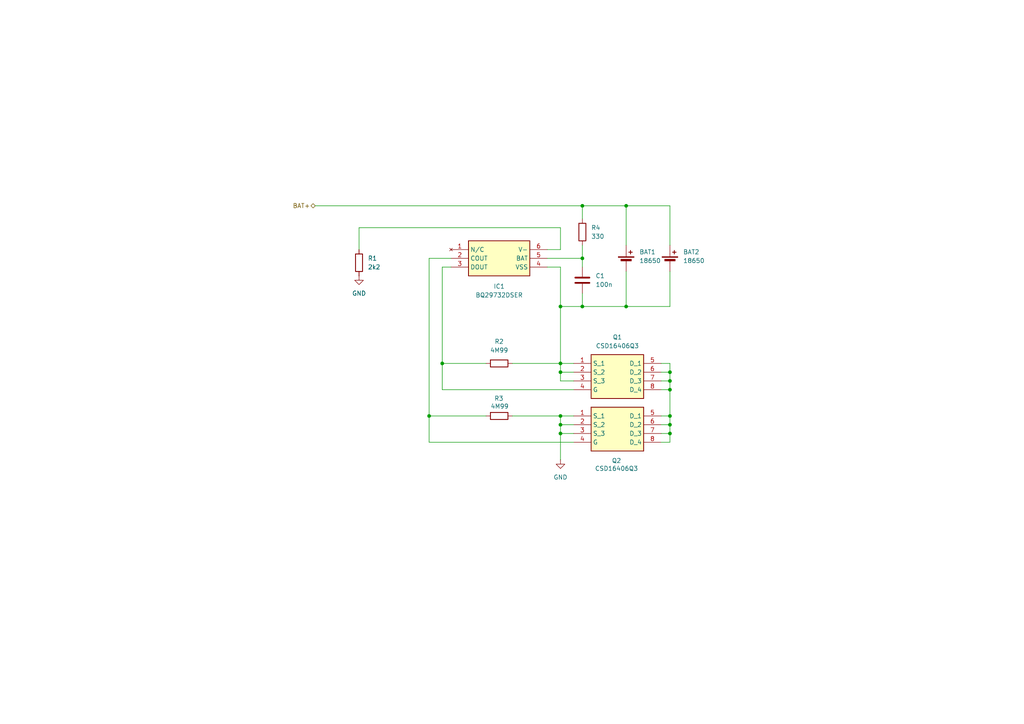
<source format=kicad_sch>
(kicad_sch
	(version 20231120)
	(generator "eeschema")
	(generator_version "8.0")
	(uuid "459e996c-0e2b-47b6-81ec-770295d0b355")
	(paper "A4")
	(lib_symbols
		(symbol "Device:Battery_Cell"
			(pin_numbers hide)
			(pin_names
				(offset 0) hide)
			(exclude_from_sim no)
			(in_bom yes)
			(on_board yes)
			(property "Reference" "BT"
				(at 2.54 2.54 0)
				(effects
					(font
						(size 1.27 1.27)
					)
					(justify left)
				)
			)
			(property "Value" "Battery_Cell"
				(at 2.54 0 0)
				(effects
					(font
						(size 1.27 1.27)
					)
					(justify left)
				)
			)
			(property "Footprint" ""
				(at 0 1.524 90)
				(effects
					(font
						(size 1.27 1.27)
					)
					(hide yes)
				)
			)
			(property "Datasheet" "~"
				(at 0 1.524 90)
				(effects
					(font
						(size 1.27 1.27)
					)
					(hide yes)
				)
			)
			(property "Description" "Single-cell battery"
				(at 0 0 0)
				(effects
					(font
						(size 1.27 1.27)
					)
					(hide yes)
				)
			)
			(property "ki_keywords" "battery cell"
				(at 0 0 0)
				(effects
					(font
						(size 1.27 1.27)
					)
					(hide yes)
				)
			)
			(symbol "Battery_Cell_0_1"
				(rectangle
					(start -2.286 1.778)
					(end 2.286 1.524)
					(stroke
						(width 0)
						(type default)
					)
					(fill
						(type outline)
					)
				)
				(rectangle
					(start -1.524 1.016)
					(end 1.524 0.508)
					(stroke
						(width 0)
						(type default)
					)
					(fill
						(type outline)
					)
				)
				(polyline
					(pts
						(xy 0 0.762) (xy 0 0)
					)
					(stroke
						(width 0)
						(type default)
					)
					(fill
						(type none)
					)
				)
				(polyline
					(pts
						(xy 0 1.778) (xy 0 2.54)
					)
					(stroke
						(width 0)
						(type default)
					)
					(fill
						(type none)
					)
				)
				(polyline
					(pts
						(xy 0.762 3.048) (xy 1.778 3.048)
					)
					(stroke
						(width 0.254)
						(type default)
					)
					(fill
						(type none)
					)
				)
				(polyline
					(pts
						(xy 1.27 3.556) (xy 1.27 2.54)
					)
					(stroke
						(width 0.254)
						(type default)
					)
					(fill
						(type none)
					)
				)
			)
			(symbol "Battery_Cell_1_1"
				(pin passive line
					(at 0 5.08 270)
					(length 2.54)
					(name "+"
						(effects
							(font
								(size 1.27 1.27)
							)
						)
					)
					(number "1"
						(effects
							(font
								(size 1.27 1.27)
							)
						)
					)
				)
				(pin passive line
					(at 0 -2.54 90)
					(length 2.54)
					(name "-"
						(effects
							(font
								(size 1.27 1.27)
							)
						)
					)
					(number "2"
						(effects
							(font
								(size 1.27 1.27)
							)
						)
					)
				)
			)
		)
		(symbol "Device:C"
			(pin_numbers hide)
			(pin_names
				(offset 0.254)
			)
			(exclude_from_sim no)
			(in_bom yes)
			(on_board yes)
			(property "Reference" "C"
				(at 0.635 2.54 0)
				(effects
					(font
						(size 1.27 1.27)
					)
					(justify left)
				)
			)
			(property "Value" "C"
				(at 0.635 -2.54 0)
				(effects
					(font
						(size 1.27 1.27)
					)
					(justify left)
				)
			)
			(property "Footprint" ""
				(at 0.9652 -3.81 0)
				(effects
					(font
						(size 1.27 1.27)
					)
					(hide yes)
				)
			)
			(property "Datasheet" "~"
				(at 0 0 0)
				(effects
					(font
						(size 1.27 1.27)
					)
					(hide yes)
				)
			)
			(property "Description" "Unpolarized capacitor"
				(at 0 0 0)
				(effects
					(font
						(size 1.27 1.27)
					)
					(hide yes)
				)
			)
			(property "ki_keywords" "cap capacitor"
				(at 0 0 0)
				(effects
					(font
						(size 1.27 1.27)
					)
					(hide yes)
				)
			)
			(property "ki_fp_filters" "C_*"
				(at 0 0 0)
				(effects
					(font
						(size 1.27 1.27)
					)
					(hide yes)
				)
			)
			(symbol "C_0_1"
				(polyline
					(pts
						(xy -2.032 -0.762) (xy 2.032 -0.762)
					)
					(stroke
						(width 0.508)
						(type default)
					)
					(fill
						(type none)
					)
				)
				(polyline
					(pts
						(xy -2.032 0.762) (xy 2.032 0.762)
					)
					(stroke
						(width 0.508)
						(type default)
					)
					(fill
						(type none)
					)
				)
			)
			(symbol "C_1_1"
				(pin passive line
					(at 0 3.81 270)
					(length 2.794)
					(name "~"
						(effects
							(font
								(size 1.27 1.27)
							)
						)
					)
					(number "1"
						(effects
							(font
								(size 1.27 1.27)
							)
						)
					)
				)
				(pin passive line
					(at 0 -3.81 90)
					(length 2.794)
					(name "~"
						(effects
							(font
								(size 1.27 1.27)
							)
						)
					)
					(number "2"
						(effects
							(font
								(size 1.27 1.27)
							)
						)
					)
				)
			)
		)
		(symbol "Device:R"
			(pin_numbers hide)
			(pin_names
				(offset 0)
			)
			(exclude_from_sim no)
			(in_bom yes)
			(on_board yes)
			(property "Reference" "R"
				(at 2.032 0 90)
				(effects
					(font
						(size 1.27 1.27)
					)
				)
			)
			(property "Value" "R"
				(at 0 0 90)
				(effects
					(font
						(size 1.27 1.27)
					)
				)
			)
			(property "Footprint" ""
				(at -1.778 0 90)
				(effects
					(font
						(size 1.27 1.27)
					)
					(hide yes)
				)
			)
			(property "Datasheet" "~"
				(at 0 0 0)
				(effects
					(font
						(size 1.27 1.27)
					)
					(hide yes)
				)
			)
			(property "Description" "Resistor"
				(at 0 0 0)
				(effects
					(font
						(size 1.27 1.27)
					)
					(hide yes)
				)
			)
			(property "ki_keywords" "R res resistor"
				(at 0 0 0)
				(effects
					(font
						(size 1.27 1.27)
					)
					(hide yes)
				)
			)
			(property "ki_fp_filters" "R_*"
				(at 0 0 0)
				(effects
					(font
						(size 1.27 1.27)
					)
					(hide yes)
				)
			)
			(symbol "R_0_1"
				(rectangle
					(start -1.016 -2.54)
					(end 1.016 2.54)
					(stroke
						(width 0.254)
						(type default)
					)
					(fill
						(type none)
					)
				)
			)
			(symbol "R_1_1"
				(pin passive line
					(at 0 3.81 270)
					(length 1.27)
					(name "~"
						(effects
							(font
								(size 1.27 1.27)
							)
						)
					)
					(number "1"
						(effects
							(font
								(size 1.27 1.27)
							)
						)
					)
				)
				(pin passive line
					(at 0 -3.81 90)
					(length 1.27)
					(name "~"
						(effects
							(font
								(size 1.27 1.27)
							)
						)
					)
					(number "2"
						(effects
							(font
								(size 1.27 1.27)
							)
						)
					)
				)
			)
		)
		(symbol "SamacSys_Parts:BQ29732DSER"
			(exclude_from_sim no)
			(in_bom yes)
			(on_board yes)
			(property "Reference" "IC"
				(at 24.13 7.62 0)
				(effects
					(font
						(size 1.27 1.27)
					)
					(justify left top)
				)
			)
			(property "Value" "BQ29732DSER"
				(at 24.13 5.08 0)
				(effects
					(font
						(size 1.27 1.27)
					)
					(justify left top)
				)
			)
			(property "Footprint" "SON50P150X150X80-6N"
				(at 24.13 -94.92 0)
				(effects
					(font
						(size 1.27 1.27)
					)
					(justify left top)
					(hide yes)
				)
			)
			(property "Datasheet" "http://www.ti.com/lit/gpn/bq2973"
				(at 24.13 -194.92 0)
				(effects
					(font
						(size 1.27 1.27)
					)
					(justify left top)
					(hide yes)
				)
			)
			(property "Description" "Li-Ion/Li Polymer Advanced Single-Cell Battery Protector IC Family"
				(at 0 0 0)
				(effects
					(font
						(size 1.27 1.27)
					)
					(hide yes)
				)
			)
			(property "Height" "0.8"
				(at 24.13 -394.92 0)
				(effects
					(font
						(size 1.27 1.27)
					)
					(justify left top)
					(hide yes)
				)
			)
			(property "Manufacturer_Name" "Texas Instruments"
				(at 24.13 -494.92 0)
				(effects
					(font
						(size 1.27 1.27)
					)
					(justify left top)
					(hide yes)
				)
			)
			(property "Manufacturer_Part_Number" "BQ29732DSER"
				(at 24.13 -594.92 0)
				(effects
					(font
						(size 1.27 1.27)
					)
					(justify left top)
					(hide yes)
				)
			)
			(property "Mouser Part Number" "595-BQ29732DSER"
				(at 24.13 -694.92 0)
				(effects
					(font
						(size 1.27 1.27)
					)
					(justify left top)
					(hide yes)
				)
			)
			(property "Mouser Price/Stock" "https://www.mouser.co.uk/ProductDetail/Texas-Instruments/BQ29732DSER?qs=HjC056NR38EUdABiMgTGbg%3D%3D"
				(at 24.13 -794.92 0)
				(effects
					(font
						(size 1.27 1.27)
					)
					(justify left top)
					(hide yes)
				)
			)
			(property "Arrow Part Number" "BQ29732DSER"
				(at 24.13 -894.92 0)
				(effects
					(font
						(size 1.27 1.27)
					)
					(justify left top)
					(hide yes)
				)
			)
			(property "Arrow Price/Stock" "https://www.arrow.com/en/products/bq29732dser/texas-instruments?region=nac"
				(at 24.13 -994.92 0)
				(effects
					(font
						(size 1.27 1.27)
					)
					(justify left top)
					(hide yes)
				)
			)
			(symbol "BQ29732DSER_1_1"
				(rectangle
					(start 5.08 2.54)
					(end 22.86 -7.62)
					(stroke
						(width 0.254)
						(type default)
					)
					(fill
						(type background)
					)
				)
				(pin no_connect line
					(at 0 0 0)
					(length 5.08)
					(name "N/C"
						(effects
							(font
								(size 1.27 1.27)
							)
						)
					)
					(number "1"
						(effects
							(font
								(size 1.27 1.27)
							)
						)
					)
				)
				(pin output line
					(at 0 -2.54 0)
					(length 5.08)
					(name "COUT"
						(effects
							(font
								(size 1.27 1.27)
							)
						)
					)
					(number "2"
						(effects
							(font
								(size 1.27 1.27)
							)
						)
					)
				)
				(pin output line
					(at 0 -5.08 0)
					(length 5.08)
					(name "DOUT"
						(effects
							(font
								(size 1.27 1.27)
							)
						)
					)
					(number "3"
						(effects
							(font
								(size 1.27 1.27)
							)
						)
					)
				)
				(pin power_in line
					(at 27.94 -5.08 180)
					(length 5.08)
					(name "VSS"
						(effects
							(font
								(size 1.27 1.27)
							)
						)
					)
					(number "4"
						(effects
							(font
								(size 1.27 1.27)
							)
						)
					)
				)
				(pin power_in line
					(at 27.94 -2.54 180)
					(length 5.08)
					(name "BAT"
						(effects
							(font
								(size 1.27 1.27)
							)
						)
					)
					(number "5"
						(effects
							(font
								(size 1.27 1.27)
							)
						)
					)
				)
				(pin bidirectional line
					(at 27.94 0 180)
					(length 5.08)
					(name "V-"
						(effects
							(font
								(size 1.27 1.27)
							)
						)
					)
					(number "6"
						(effects
							(font
								(size 1.27 1.27)
							)
						)
					)
				)
			)
		)
		(symbol "SamacSys_Parts:CSD16406Q3"
			(exclude_from_sim no)
			(in_bom yes)
			(on_board yes)
			(property "Reference" "Q"
				(at 21.59 7.62 0)
				(effects
					(font
						(size 1.27 1.27)
					)
					(justify left top)
				)
			)
			(property "Value" "CSD16406Q3"
				(at 21.59 5.08 0)
				(effects
					(font
						(size 1.27 1.27)
					)
					(justify left top)
				)
			)
			(property "Footprint" "DQG_VSON-CLIP"
				(at 21.59 -94.92 0)
				(effects
					(font
						(size 1.27 1.27)
					)
					(justify left top)
					(hide yes)
				)
			)
			(property "Datasheet" "http://www.ti.com/lit/gpn/csd16406q3"
				(at 21.59 -194.92 0)
				(effects
					(font
						(size 1.27 1.27)
					)
					(justify left top)
					(hide yes)
				)
			)
			(property "Description" "25V, N ch NexFET MOSFET, single SON3x3, 7.4mOhm"
				(at 0 0 0)
				(effects
					(font
						(size 1.27 1.27)
					)
					(hide yes)
				)
			)
			(property "Height" ""
				(at 21.59 -394.92 0)
				(effects
					(font
						(size 1.27 1.27)
					)
					(justify left top)
					(hide yes)
				)
			)
			(property "Manufacturer_Name" "Texas Instruments"
				(at 21.59 -494.92 0)
				(effects
					(font
						(size 1.27 1.27)
					)
					(justify left top)
					(hide yes)
				)
			)
			(property "Manufacturer_Part_Number" "CSD16406Q3"
				(at 21.59 -594.92 0)
				(effects
					(font
						(size 1.27 1.27)
					)
					(justify left top)
					(hide yes)
				)
			)
			(property "Mouser Part Number" "595-CSD16406Q3"
				(at 21.59 -694.92 0)
				(effects
					(font
						(size 1.27 1.27)
					)
					(justify left top)
					(hide yes)
				)
			)
			(property "Mouser Price/Stock" "https://www.mouser.co.uk/ProductDetail/Texas-Instruments/CSD16406Q3?qs=SuDOdTVxq4Wogv4PDdDFZA%3D%3D"
				(at 21.59 -794.92 0)
				(effects
					(font
						(size 1.27 1.27)
					)
					(justify left top)
					(hide yes)
				)
			)
			(property "Arrow Part Number" "CSD16406Q3"
				(at 21.59 -894.92 0)
				(effects
					(font
						(size 1.27 1.27)
					)
					(justify left top)
					(hide yes)
				)
			)
			(property "Arrow Price/Stock" "https://www.arrow.com/en/products/csd16406q3/texas-instruments?region=nac"
				(at 21.59 -994.92 0)
				(effects
					(font
						(size 1.27 1.27)
					)
					(justify left top)
					(hide yes)
				)
			)
			(symbol "CSD16406Q3_1_1"
				(rectangle
					(start 5.08 2.54)
					(end 20.32 -10.16)
					(stroke
						(width 0.254)
						(type default)
					)
					(fill
						(type background)
					)
				)
				(pin passive line
					(at 0 0 0)
					(length 5.08)
					(name "S_1"
						(effects
							(font
								(size 1.27 1.27)
							)
						)
					)
					(number "1"
						(effects
							(font
								(size 1.27 1.27)
							)
						)
					)
				)
				(pin passive line
					(at 0 -2.54 0)
					(length 5.08)
					(name "S_2"
						(effects
							(font
								(size 1.27 1.27)
							)
						)
					)
					(number "2"
						(effects
							(font
								(size 1.27 1.27)
							)
						)
					)
				)
				(pin passive line
					(at 0 -5.08 0)
					(length 5.08)
					(name "S_3"
						(effects
							(font
								(size 1.27 1.27)
							)
						)
					)
					(number "3"
						(effects
							(font
								(size 1.27 1.27)
							)
						)
					)
				)
				(pin passive line
					(at 0 -7.62 0)
					(length 5.08)
					(name "G"
						(effects
							(font
								(size 1.27 1.27)
							)
						)
					)
					(number "4"
						(effects
							(font
								(size 1.27 1.27)
							)
						)
					)
				)
				(pin passive line
					(at 25.4 0 180)
					(length 5.08)
					(name "D_1"
						(effects
							(font
								(size 1.27 1.27)
							)
						)
					)
					(number "5"
						(effects
							(font
								(size 1.27 1.27)
							)
						)
					)
				)
				(pin passive line
					(at 25.4 -2.54 180)
					(length 5.08)
					(name "D_2"
						(effects
							(font
								(size 1.27 1.27)
							)
						)
					)
					(number "6"
						(effects
							(font
								(size 1.27 1.27)
							)
						)
					)
				)
				(pin passive line
					(at 25.4 -5.08 180)
					(length 5.08)
					(name "D_3"
						(effects
							(font
								(size 1.27 1.27)
							)
						)
					)
					(number "7"
						(effects
							(font
								(size 1.27 1.27)
							)
						)
					)
				)
				(pin passive line
					(at 25.4 -7.62 180)
					(length 5.08)
					(name "D_4"
						(effects
							(font
								(size 1.27 1.27)
							)
						)
					)
					(number "8"
						(effects
							(font
								(size 1.27 1.27)
							)
						)
					)
				)
			)
		)
		(symbol "power:GND"
			(power)
			(pin_numbers hide)
			(pin_names
				(offset 0) hide)
			(exclude_from_sim no)
			(in_bom yes)
			(on_board yes)
			(property "Reference" "#PWR"
				(at 0 -6.35 0)
				(effects
					(font
						(size 1.27 1.27)
					)
					(hide yes)
				)
			)
			(property "Value" "GND"
				(at 0 -3.81 0)
				(effects
					(font
						(size 1.27 1.27)
					)
				)
			)
			(property "Footprint" ""
				(at 0 0 0)
				(effects
					(font
						(size 1.27 1.27)
					)
					(hide yes)
				)
			)
			(property "Datasheet" ""
				(at 0 0 0)
				(effects
					(font
						(size 1.27 1.27)
					)
					(hide yes)
				)
			)
			(property "Description" "Power symbol creates a global label with name \"GND\" , ground"
				(at 0 0 0)
				(effects
					(font
						(size 1.27 1.27)
					)
					(hide yes)
				)
			)
			(property "ki_keywords" "global power"
				(at 0 0 0)
				(effects
					(font
						(size 1.27 1.27)
					)
					(hide yes)
				)
			)
			(symbol "GND_0_1"
				(polyline
					(pts
						(xy 0 0) (xy 0 -1.27) (xy 1.27 -1.27) (xy 0 -2.54) (xy -1.27 -1.27) (xy 0 -1.27)
					)
					(stroke
						(width 0)
						(type default)
					)
					(fill
						(type none)
					)
				)
			)
			(symbol "GND_1_1"
				(pin power_in line
					(at 0 0 270)
					(length 0)
					(name "~"
						(effects
							(font
								(size 1.27 1.27)
							)
						)
					)
					(number "1"
						(effects
							(font
								(size 1.27 1.27)
							)
						)
					)
				)
			)
		)
	)
	(junction
		(at 168.91 59.69)
		(diameter 0)
		(color 0 0 0 0)
		(uuid "05edb360-11da-404a-aef1-64dd3cb20bb9")
	)
	(junction
		(at 168.91 88.9)
		(diameter 0)
		(color 0 0 0 0)
		(uuid "0e971a0b-7c7a-444b-8ff9-0fee82e453d8")
	)
	(junction
		(at 162.56 107.95)
		(diameter 0)
		(color 0 0 0 0)
		(uuid "29e8f0f2-df99-4874-b3d2-e4a4d9adefcb")
	)
	(junction
		(at 181.61 59.69)
		(diameter 0)
		(color 0 0 0 0)
		(uuid "2d51e047-3eed-4194-82d4-e347b4855c78")
	)
	(junction
		(at 194.31 123.19)
		(diameter 0)
		(color 0 0 0 0)
		(uuid "3568db3f-c30f-463e-8fec-e2974ee25f6b")
	)
	(junction
		(at 194.31 110.49)
		(diameter 0)
		(color 0 0 0 0)
		(uuid "4e178947-7728-4841-ad1d-8ddeab8598c7")
	)
	(junction
		(at 194.31 125.73)
		(diameter 0)
		(color 0 0 0 0)
		(uuid "531a4a87-f0fa-4e3b-bad1-3af02c7d45ea")
	)
	(junction
		(at 181.61 88.9)
		(diameter 0)
		(color 0 0 0 0)
		(uuid "5756b728-f93b-4d0b-8086-c993fa339fd9")
	)
	(junction
		(at 168.91 74.93)
		(diameter 0)
		(color 0 0 0 0)
		(uuid "6429f8c0-7b93-438a-bd65-8a08ffb86e1f")
	)
	(junction
		(at 162.56 123.19)
		(diameter 0)
		(color 0 0 0 0)
		(uuid "64660165-041e-4a21-b9c8-b9bde0be22a8")
	)
	(junction
		(at 194.31 107.95)
		(diameter 0)
		(color 0 0 0 0)
		(uuid "780b8080-7273-48f8-8041-9d7f6033e541")
	)
	(junction
		(at 194.31 113.03)
		(diameter 0)
		(color 0 0 0 0)
		(uuid "8d2aeb7b-c097-4bc0-8932-7f6990637a1f")
	)
	(junction
		(at 162.56 88.9)
		(diameter 0)
		(color 0 0 0 0)
		(uuid "9746a82d-6cd1-464c-8713-fe846772d0d9")
	)
	(junction
		(at 162.56 120.65)
		(diameter 0)
		(color 0 0 0 0)
		(uuid "a20f385f-9d3d-4bd3-be1c-ed8738aacf42")
	)
	(junction
		(at 162.56 105.41)
		(diameter 0)
		(color 0 0 0 0)
		(uuid "bbcc81b0-d29f-4d28-86eb-d8309b454583")
	)
	(junction
		(at 194.31 120.65)
		(diameter 0)
		(color 0 0 0 0)
		(uuid "c5eb5b4e-10b3-490f-aa58-5f00f1adb263")
	)
	(junction
		(at 124.46 120.65)
		(diameter 0)
		(color 0 0 0 0)
		(uuid "d14a72ef-3a16-4ef1-8fb5-3da6f17ca236")
	)
	(junction
		(at 162.56 125.73)
		(diameter 0)
		(color 0 0 0 0)
		(uuid "e0431aff-3d06-443b-9dca-247a63b0504f")
	)
	(junction
		(at 128.27 105.41)
		(diameter 0)
		(color 0 0 0 0)
		(uuid "fc4aae16-2e1d-415a-9cbf-31683191071d")
	)
	(wire
		(pts
			(xy 162.56 123.19) (xy 162.56 125.73)
		)
		(stroke
			(width 0)
			(type default)
		)
		(uuid "0b08027e-0d79-4836-b37e-b79c8ca2d4c5")
	)
	(wire
		(pts
			(xy 194.31 105.41) (xy 194.31 107.95)
		)
		(stroke
			(width 0)
			(type default)
		)
		(uuid "0d7117f8-1c76-4c82-9ff3-7ab84285f381")
	)
	(wire
		(pts
			(xy 162.56 120.65) (xy 166.37 120.65)
		)
		(stroke
			(width 0)
			(type default)
		)
		(uuid "0e5e3681-ec95-495d-a17a-9a01c25bac8e")
	)
	(wire
		(pts
			(xy 162.56 105.41) (xy 166.37 105.41)
		)
		(stroke
			(width 0)
			(type default)
		)
		(uuid "12a17480-165c-4aaf-bdff-bf92dcfde47a")
	)
	(wire
		(pts
			(xy 168.91 71.12) (xy 168.91 74.93)
		)
		(stroke
			(width 0)
			(type default)
		)
		(uuid "12e29a24-7d77-4a0b-8c90-605a948b696c")
	)
	(wire
		(pts
			(xy 162.56 88.9) (xy 162.56 105.41)
		)
		(stroke
			(width 0)
			(type default)
		)
		(uuid "18ebab7e-fe54-4887-b0e0-edc20663c005")
	)
	(wire
		(pts
			(xy 124.46 120.65) (xy 124.46 74.93)
		)
		(stroke
			(width 0)
			(type default)
		)
		(uuid "1bd50ff5-49ed-4bbc-a722-8d42471381b0")
	)
	(wire
		(pts
			(xy 168.91 74.93) (xy 168.91 77.47)
		)
		(stroke
			(width 0)
			(type default)
		)
		(uuid "20c9f4f6-a9f9-4cc6-b980-725519f62933")
	)
	(wire
		(pts
			(xy 166.37 128.27) (xy 124.46 128.27)
		)
		(stroke
			(width 0)
			(type default)
		)
		(uuid "20d65e9f-5d9f-4bc5-b1a9-401ae4be5a05")
	)
	(wire
		(pts
			(xy 104.14 72.39) (xy 104.14 66.04)
		)
		(stroke
			(width 0)
			(type default)
		)
		(uuid "22f654e3-4a75-46f5-85d7-328867e3af52")
	)
	(wire
		(pts
			(xy 181.61 71.12) (xy 181.61 59.69)
		)
		(stroke
			(width 0)
			(type default)
		)
		(uuid "2673f82a-b081-4cb4-a7c9-d144d54e711b")
	)
	(wire
		(pts
			(xy 128.27 105.41) (xy 128.27 77.47)
		)
		(stroke
			(width 0)
			(type default)
		)
		(uuid "2b095284-257a-4734-869d-40b709fdb907")
	)
	(wire
		(pts
			(xy 191.77 110.49) (xy 194.31 110.49)
		)
		(stroke
			(width 0)
			(type default)
		)
		(uuid "2d4fa3e6-b2dd-4bc8-9c7d-bff45b4945e9")
	)
	(wire
		(pts
			(xy 191.77 113.03) (xy 194.31 113.03)
		)
		(stroke
			(width 0)
			(type default)
		)
		(uuid "2e8fbbd0-db66-412d-8a82-b4a231f2858c")
	)
	(wire
		(pts
			(xy 191.77 128.27) (xy 194.31 128.27)
		)
		(stroke
			(width 0)
			(type default)
		)
		(uuid "3660bdd0-de5e-4529-b639-af0a45b1f011")
	)
	(wire
		(pts
			(xy 194.31 128.27) (xy 194.31 125.73)
		)
		(stroke
			(width 0)
			(type default)
		)
		(uuid "3e4e9e2a-7aae-428b-a39d-41ca833e5418")
	)
	(wire
		(pts
			(xy 162.56 88.9) (xy 168.91 88.9)
		)
		(stroke
			(width 0)
			(type default)
		)
		(uuid "43a65280-5d92-435d-a2b2-7889c3e3451d")
	)
	(wire
		(pts
			(xy 162.56 107.95) (xy 162.56 105.41)
		)
		(stroke
			(width 0)
			(type default)
		)
		(uuid "461c5981-9aaf-4239-a107-f3909b041183")
	)
	(wire
		(pts
			(xy 194.31 88.9) (xy 181.61 88.9)
		)
		(stroke
			(width 0)
			(type default)
		)
		(uuid "4984f22c-d0ec-477b-a8d5-7157968bf344")
	)
	(wire
		(pts
			(xy 191.77 120.65) (xy 194.31 120.65)
		)
		(stroke
			(width 0)
			(type default)
		)
		(uuid "5660f247-ba19-4bbd-934e-05177f4009dd")
	)
	(wire
		(pts
			(xy 162.56 110.49) (xy 162.56 107.95)
		)
		(stroke
			(width 0)
			(type default)
		)
		(uuid "56bda388-3c05-461b-be22-1832d770593b")
	)
	(wire
		(pts
			(xy 104.14 66.04) (xy 162.56 66.04)
		)
		(stroke
			(width 0)
			(type default)
		)
		(uuid "5754760f-bff4-4211-b0cc-b06582860752")
	)
	(wire
		(pts
			(xy 158.75 72.39) (xy 162.56 72.39)
		)
		(stroke
			(width 0)
			(type default)
		)
		(uuid "5b1d6147-b744-4b42-be60-04930e94c14a")
	)
	(wire
		(pts
			(xy 191.77 125.73) (xy 194.31 125.73)
		)
		(stroke
			(width 0)
			(type default)
		)
		(uuid "5c6c85fb-65e6-44d0-91d1-a621791cb289")
	)
	(wire
		(pts
			(xy 191.77 105.41) (xy 194.31 105.41)
		)
		(stroke
			(width 0)
			(type default)
		)
		(uuid "61add691-10ee-4de0-9611-756588afbd50")
	)
	(wire
		(pts
			(xy 194.31 123.19) (xy 194.31 125.73)
		)
		(stroke
			(width 0)
			(type default)
		)
		(uuid "6374e6de-e0a2-4039-9a9d-c67c86acb98c")
	)
	(wire
		(pts
			(xy 130.81 74.93) (xy 124.46 74.93)
		)
		(stroke
			(width 0)
			(type default)
		)
		(uuid "67d7eeb0-e88a-4f21-88eb-3b95d35c2f7b")
	)
	(wire
		(pts
			(xy 162.56 120.65) (xy 162.56 123.19)
		)
		(stroke
			(width 0)
			(type default)
		)
		(uuid "69786aba-8eba-42af-81fa-f282061c7422")
	)
	(wire
		(pts
			(xy 162.56 107.95) (xy 166.37 107.95)
		)
		(stroke
			(width 0)
			(type default)
		)
		(uuid "6d7a914b-e5d0-4175-9d0b-aa075a3a344c")
	)
	(wire
		(pts
			(xy 140.97 120.65) (xy 124.46 120.65)
		)
		(stroke
			(width 0)
			(type default)
		)
		(uuid "75b74688-6c53-4aa6-a18f-8e82c9f3076a")
	)
	(wire
		(pts
			(xy 91.44 59.69) (xy 168.91 59.69)
		)
		(stroke
			(width 0)
			(type default)
		)
		(uuid "767b5486-d2d9-4611-a7b4-76ab8f69f9b3")
	)
	(wire
		(pts
			(xy 158.75 74.93) (xy 168.91 74.93)
		)
		(stroke
			(width 0)
			(type default)
		)
		(uuid "7e05ccd0-d0b1-4687-b927-6c7b18ed369d")
	)
	(wire
		(pts
			(xy 168.91 88.9) (xy 181.61 88.9)
		)
		(stroke
			(width 0)
			(type default)
		)
		(uuid "875eae22-77e6-40e7-a60b-39c86ff840f9")
	)
	(wire
		(pts
			(xy 148.59 120.65) (xy 162.56 120.65)
		)
		(stroke
			(width 0)
			(type default)
		)
		(uuid "89ef2bbc-95da-41c4-80db-88c87d6b6418")
	)
	(wire
		(pts
			(xy 148.59 105.41) (xy 162.56 105.41)
		)
		(stroke
			(width 0)
			(type default)
		)
		(uuid "977925ef-3a57-4077-b06c-d432ee1f3031")
	)
	(wire
		(pts
			(xy 181.61 59.69) (xy 168.91 59.69)
		)
		(stroke
			(width 0)
			(type default)
		)
		(uuid "994e7838-6b84-46e9-bb9d-d0b910d3e421")
	)
	(wire
		(pts
			(xy 194.31 113.03) (xy 194.31 120.65)
		)
		(stroke
			(width 0)
			(type default)
		)
		(uuid "9bb8926d-31da-4c55-b860-bb03b77aa33b")
	)
	(wire
		(pts
			(xy 128.27 77.47) (xy 130.81 77.47)
		)
		(stroke
			(width 0)
			(type default)
		)
		(uuid "9fb862fb-4760-49bd-aea3-f0fe7283ebc0")
	)
	(wire
		(pts
			(xy 162.56 77.47) (xy 158.75 77.47)
		)
		(stroke
			(width 0)
			(type default)
		)
		(uuid "a15efed3-1611-4ba5-824d-b38b854dcd3d")
	)
	(wire
		(pts
			(xy 124.46 128.27) (xy 124.46 120.65)
		)
		(stroke
			(width 0)
			(type default)
		)
		(uuid "a7cc4689-4722-4fab-9369-cd01772e1ad5")
	)
	(wire
		(pts
			(xy 194.31 59.69) (xy 181.61 59.69)
		)
		(stroke
			(width 0)
			(type default)
		)
		(uuid "a884b57c-dd84-4ab3-83b7-c3197ee1e47f")
	)
	(wire
		(pts
			(xy 162.56 77.47) (xy 162.56 88.9)
		)
		(stroke
			(width 0)
			(type default)
		)
		(uuid "b99cf71f-d69c-4e8a-8e95-aba2d6d9c992")
	)
	(wire
		(pts
			(xy 191.77 123.19) (xy 194.31 123.19)
		)
		(stroke
			(width 0)
			(type default)
		)
		(uuid "baa6d330-899f-49d3-b914-d99396b433f4")
	)
	(wire
		(pts
			(xy 166.37 110.49) (xy 162.56 110.49)
		)
		(stroke
			(width 0)
			(type default)
		)
		(uuid "be83d998-ce5d-45b9-a38d-b877f282d2b8")
	)
	(wire
		(pts
			(xy 194.31 120.65) (xy 194.31 123.19)
		)
		(stroke
			(width 0)
			(type default)
		)
		(uuid "c7efc4b7-d9f1-4c48-9fce-ed73739b9c4a")
	)
	(wire
		(pts
			(xy 128.27 105.41) (xy 140.97 105.41)
		)
		(stroke
			(width 0)
			(type default)
		)
		(uuid "cbc9345a-0f5b-493b-b028-db477709c581")
	)
	(wire
		(pts
			(xy 166.37 123.19) (xy 162.56 123.19)
		)
		(stroke
			(width 0)
			(type default)
		)
		(uuid "cc055d38-f416-447a-865f-0da26180d4e0")
	)
	(wire
		(pts
			(xy 194.31 107.95) (xy 194.31 110.49)
		)
		(stroke
			(width 0)
			(type default)
		)
		(uuid "cf7bbfd1-0837-4e7b-87ec-49e587f6d764")
	)
	(wire
		(pts
			(xy 191.77 107.95) (xy 194.31 107.95)
		)
		(stroke
			(width 0)
			(type default)
		)
		(uuid "d252b324-0e26-490c-bebe-037b9ffb385e")
	)
	(wire
		(pts
			(xy 194.31 78.74) (xy 194.31 88.9)
		)
		(stroke
			(width 0)
			(type default)
		)
		(uuid "da51ea37-76a8-47ab-ab54-a55c76166fe8")
	)
	(wire
		(pts
			(xy 194.31 71.12) (xy 194.31 59.69)
		)
		(stroke
			(width 0)
			(type default)
		)
		(uuid "dbac23d8-c52b-4222-8ba5-f030b765414f")
	)
	(wire
		(pts
			(xy 166.37 113.03) (xy 128.27 113.03)
		)
		(stroke
			(width 0)
			(type default)
		)
		(uuid "dd0f98d8-01fd-4aa7-9b01-c58d2e85f38d")
	)
	(wire
		(pts
			(xy 181.61 78.74) (xy 181.61 88.9)
		)
		(stroke
			(width 0)
			(type default)
		)
		(uuid "f4285494-60d7-404d-bd11-f5940c460063")
	)
	(wire
		(pts
			(xy 168.91 85.09) (xy 168.91 88.9)
		)
		(stroke
			(width 0)
			(type default)
		)
		(uuid "f6c88e58-b237-45df-a5a6-3f602d65dfa8")
	)
	(wire
		(pts
			(xy 128.27 105.41) (xy 128.27 113.03)
		)
		(stroke
			(width 0)
			(type default)
		)
		(uuid "f7e63d87-150f-4555-a954-43f451cd68f1")
	)
	(wire
		(pts
			(xy 162.56 125.73) (xy 162.56 133.35)
		)
		(stroke
			(width 0)
			(type default)
		)
		(uuid "f85c1c52-aad2-45ce-bb4a-68be8f6ec134")
	)
	(wire
		(pts
			(xy 168.91 59.69) (xy 168.91 63.5)
		)
		(stroke
			(width 0)
			(type default)
		)
		(uuid "fc75e01a-a9f9-4ee9-9a5f-19930b28a87f")
	)
	(wire
		(pts
			(xy 162.56 66.04) (xy 162.56 72.39)
		)
		(stroke
			(width 0)
			(type default)
		)
		(uuid "fd2b31db-34eb-401c-b586-9ac0e3dee85d")
	)
	(wire
		(pts
			(xy 194.31 110.49) (xy 194.31 113.03)
		)
		(stroke
			(width 0)
			(type default)
		)
		(uuid "fe4b3efc-00cb-4f97-92b9-a6ad44decc5b")
	)
	(wire
		(pts
			(xy 166.37 125.73) (xy 162.56 125.73)
		)
		(stroke
			(width 0)
			(type default)
		)
		(uuid "ffa92bb9-3195-4c35-b701-dc5438a89bc7")
	)
	(hierarchical_label "BAT+"
		(shape bidirectional)
		(at 91.44 59.69 180)
		(effects
			(font
				(size 1.27 1.27)
			)
			(justify right)
		)
		(uuid "7c90774b-71fb-4437-a389-894fdd016faa")
	)
	(symbol
		(lib_id "SamacSys_Parts:BQ29732DSER")
		(at 130.81 72.39 0)
		(unit 1)
		(exclude_from_sim no)
		(in_bom yes)
		(on_board yes)
		(dnp no)
		(uuid "04b67136-62f0-479a-91e5-1bbc0cae5b08")
		(property "Reference" "IC1"
			(at 144.78 83.058 0)
			(effects
				(font
					(size 1.27 1.27)
				)
			)
		)
		(property "Value" "BQ29732DSER"
			(at 144.78 85.598 0)
			(effects
				(font
					(size 1.27 1.27)
				)
			)
		)
		(property "Footprint" "SON50P150X150X80-6N"
			(at 154.94 167.31 0)
			(effects
				(font
					(size 1.27 1.27)
				)
				(justify left top)
				(hide yes)
			)
		)
		(property "Datasheet" "http://www.ti.com/lit/gpn/bq2973"
			(at 154.94 267.31 0)
			(effects
				(font
					(size 1.27 1.27)
				)
				(justify left top)
				(hide yes)
			)
		)
		(property "Description" "Li-Ion/Li Polymer Advanced Single-Cell Battery Protector IC Family"
			(at 130.81 72.39 0)
			(effects
				(font
					(size 1.27 1.27)
				)
				(hide yes)
			)
		)
		(property "Height" "0.8"
			(at 154.94 467.31 0)
			(effects
				(font
					(size 1.27 1.27)
				)
				(justify left top)
				(hide yes)
			)
		)
		(property "Manufacturer_Name" "Texas Instruments"
			(at 154.94 567.31 0)
			(effects
				(font
					(size 1.27 1.27)
				)
				(justify left top)
				(hide yes)
			)
		)
		(property "Manufacturer_Part_Number" "BQ29732DSER"
			(at 154.94 667.31 0)
			(effects
				(font
					(size 1.27 1.27)
				)
				(justify left top)
				(hide yes)
			)
		)
		(property "Mouser Part Number" "595-BQ29732DSER"
			(at 154.94 767.31 0)
			(effects
				(font
					(size 1.27 1.27)
				)
				(justify left top)
				(hide yes)
			)
		)
		(property "Mouser Price/Stock" "https://www.mouser.co.uk/ProductDetail/Texas-Instruments/BQ29732DSER?qs=HjC056NR38EUdABiMgTGbg%3D%3D"
			(at 154.94 867.31 0)
			(effects
				(font
					(size 1.27 1.27)
				)
				(justify left top)
				(hide yes)
			)
		)
		(property "Arrow Part Number" "BQ29732DSER"
			(at 154.94 967.31 0)
			(effects
				(font
					(size 1.27 1.27)
				)
				(justify left top)
				(hide yes)
			)
		)
		(property "Arrow Price/Stock" "https://www.arrow.com/en/products/bq29732dser/texas-instruments?region=nac"
			(at 154.94 1067.31 0)
			(effects
				(font
					(size 1.27 1.27)
				)
				(justify left top)
				(hide yes)
			)
		)
		(pin "6"
			(uuid "2a285dbf-b770-46b5-bfca-070e7bfacdb2")
		)
		(pin "1"
			(uuid "066e231b-83a4-4d94-9b0d-d2aeedfeb9a9")
		)
		(pin "3"
			(uuid "d271c988-3f99-4d4e-94ce-7d387b5ae428")
		)
		(pin "5"
			(uuid "c0aee1a7-462f-4607-91b2-3ee86697d2e5")
		)
		(pin "2"
			(uuid "4cea8aa7-e0a9-4c65-a807-e8d3a27bbbbe")
		)
		(pin "4"
			(uuid "f9577b44-a661-4523-9d37-15289ed90602")
		)
		(instances
			(project "obvod"
				(path "/e8e834c4-1afb-42f7-b718-3cb720dae1d5/f61c7da5-11ee-4b50-a688-248a75ac3e8f"
					(reference "IC1")
					(unit 1)
				)
			)
		)
	)
	(symbol
		(lib_id "power:GND")
		(at 162.56 133.35 0)
		(unit 1)
		(exclude_from_sim no)
		(in_bom yes)
		(on_board yes)
		(dnp no)
		(fields_autoplaced yes)
		(uuid "18c02983-777b-4470-ae02-87eb29ecb980")
		(property "Reference" "#PWR012"
			(at 162.56 139.7 0)
			(effects
				(font
					(size 1.27 1.27)
				)
				(hide yes)
			)
		)
		(property "Value" "GND"
			(at 162.56 138.43 0)
			(effects
				(font
					(size 1.27 1.27)
				)
			)
		)
		(property "Footprint" ""
			(at 162.56 133.35 0)
			(effects
				(font
					(size 1.27 1.27)
				)
				(hide yes)
			)
		)
		(property "Datasheet" ""
			(at 162.56 133.35 0)
			(effects
				(font
					(size 1.27 1.27)
				)
				(hide yes)
			)
		)
		(property "Description" "Power symbol creates a global label with name \"GND\" , ground"
			(at 162.56 133.35 0)
			(effects
				(font
					(size 1.27 1.27)
				)
				(hide yes)
			)
		)
		(pin "1"
			(uuid "712b4f5f-47f5-4266-9dc4-f820e95a8c42")
		)
		(instances
			(project "obvod"
				(path "/e8e834c4-1afb-42f7-b718-3cb720dae1d5/f61c7da5-11ee-4b50-a688-248a75ac3e8f"
					(reference "#PWR012")
					(unit 1)
				)
			)
		)
	)
	(symbol
		(lib_id "Device:R")
		(at 104.14 76.2 0)
		(unit 1)
		(exclude_from_sim no)
		(in_bom yes)
		(on_board yes)
		(dnp no)
		(fields_autoplaced yes)
		(uuid "3b2aca16-d26f-4214-92d3-b22d6641d6cb")
		(property "Reference" "R1"
			(at 106.68 74.9299 0)
			(effects
				(font
					(size 1.27 1.27)
				)
				(justify left)
			)
		)
		(property "Value" "2k2"
			(at 106.68 77.4699 0)
			(effects
				(font
					(size 1.27 1.27)
				)
				(justify left)
			)
		)
		(property "Footprint" "Resistor_SMD:R_0805_2012Metric"
			(at 102.362 76.2 90)
			(effects
				(font
					(size 1.27 1.27)
				)
				(hide yes)
			)
		)
		(property "Datasheet" "~"
			(at 104.14 76.2 0)
			(effects
				(font
					(size 1.27 1.27)
				)
				(hide yes)
			)
		)
		(property "Description" "Resistor"
			(at 104.14 76.2 0)
			(effects
				(font
					(size 1.27 1.27)
				)
				(hide yes)
			)
		)
		(pin "1"
			(uuid "85776c7e-aba8-4455-b004-df73c39d2333")
		)
		(pin "2"
			(uuid "491db05b-a0f3-49fd-95dc-8daff8b75e06")
		)
		(instances
			(project "obvod"
				(path "/e8e834c4-1afb-42f7-b718-3cb720dae1d5/f61c7da5-11ee-4b50-a688-248a75ac3e8f"
					(reference "R1")
					(unit 1)
				)
			)
		)
	)
	(symbol
		(lib_id "Device:R")
		(at 144.78 120.65 90)
		(unit 1)
		(exclude_from_sim no)
		(in_bom yes)
		(on_board yes)
		(dnp no)
		(uuid "6d73c702-ca00-41ad-ab47-e2aeb865dfb2")
		(property "Reference" "R3"
			(at 146.05 115.57 90)
			(effects
				(font
					(size 1.27 1.27)
				)
				(justify left)
			)
		)
		(property "Value" "4M99"
			(at 147.574 117.856 90)
			(effects
				(font
					(size 1.27 1.27)
				)
				(justify left)
			)
		)
		(property "Footprint" "Resistor_SMD:R_0805_2012Metric"
			(at 144.78 122.428 90)
			(effects
				(font
					(size 1.27 1.27)
				)
				(hide yes)
			)
		)
		(property "Datasheet" "~"
			(at 144.78 120.65 0)
			(effects
				(font
					(size 1.27 1.27)
				)
				(hide yes)
			)
		)
		(property "Description" "Resistor"
			(at 144.78 120.65 0)
			(effects
				(font
					(size 1.27 1.27)
				)
				(hide yes)
			)
		)
		(pin "1"
			(uuid "cbb06f40-d822-4c17-986c-6a00bd401d0a")
		)
		(pin "2"
			(uuid "5ae2e41f-6ce9-4ce9-a8ca-204e17054ce1")
		)
		(instances
			(project "obvod"
				(path "/e8e834c4-1afb-42f7-b718-3cb720dae1d5/f61c7da5-11ee-4b50-a688-248a75ac3e8f"
					(reference "R3")
					(unit 1)
				)
			)
		)
	)
	(symbol
		(lib_id "Device:Battery_Cell")
		(at 194.31 76.2 0)
		(unit 1)
		(exclude_from_sim no)
		(in_bom yes)
		(on_board yes)
		(dnp no)
		(fields_autoplaced yes)
		(uuid "83e612e0-54c6-40c4-ba77-6d7e91f7f030")
		(property "Reference" "BAT2"
			(at 198.12 73.0884 0)
			(effects
				(font
					(size 1.27 1.27)
				)
				(justify left)
			)
		)
		(property "Value" "18650"
			(at 198.12 75.6284 0)
			(effects
				(font
					(size 1.27 1.27)
				)
				(justify left)
			)
		)
		(property "Footprint" ""
			(at 194.31 74.676 90)
			(effects
				(font
					(size 1.27 1.27)
				)
				(hide yes)
			)
		)
		(property "Datasheet" "~"
			(at 194.31 74.676 90)
			(effects
				(font
					(size 1.27 1.27)
				)
				(hide yes)
			)
		)
		(property "Description" "Single-cell battery"
			(at 194.31 76.2 0)
			(effects
				(font
					(size 1.27 1.27)
				)
				(hide yes)
			)
		)
		(pin "1"
			(uuid "1de07490-cd83-4f54-8d77-2c11f97bc809")
		)
		(pin "2"
			(uuid "9074b1b1-81f1-4fb8-86f2-32ae638c4917")
		)
		(instances
			(project "obvod"
				(path "/e8e834c4-1afb-42f7-b718-3cb720dae1d5/f61c7da5-11ee-4b50-a688-248a75ac3e8f"
					(reference "BAT2")
					(unit 1)
				)
			)
		)
	)
	(symbol
		(lib_id "power:GND")
		(at 104.14 80.01 0)
		(unit 1)
		(exclude_from_sim no)
		(in_bom yes)
		(on_board yes)
		(dnp no)
		(fields_autoplaced yes)
		(uuid "85d3cb8e-3e22-4fdb-9b71-ea5807ef4048")
		(property "Reference" "#PWR022"
			(at 104.14 86.36 0)
			(effects
				(font
					(size 1.27 1.27)
				)
				(hide yes)
			)
		)
		(property "Value" "GND"
			(at 104.14 85.09 0)
			(effects
				(font
					(size 1.27 1.27)
				)
			)
		)
		(property "Footprint" ""
			(at 104.14 80.01 0)
			(effects
				(font
					(size 1.27 1.27)
				)
				(hide yes)
			)
		)
		(property "Datasheet" ""
			(at 104.14 80.01 0)
			(effects
				(font
					(size 1.27 1.27)
				)
				(hide yes)
			)
		)
		(property "Description" "Power symbol creates a global label with name \"GND\" , ground"
			(at 104.14 80.01 0)
			(effects
				(font
					(size 1.27 1.27)
				)
				(hide yes)
			)
		)
		(pin "1"
			(uuid "17fe0ba3-8806-4457-8242-f10009038dc3")
		)
		(instances
			(project ""
				(path "/e8e834c4-1afb-42f7-b718-3cb720dae1d5/f61c7da5-11ee-4b50-a688-248a75ac3e8f"
					(reference "#PWR022")
					(unit 1)
				)
			)
		)
	)
	(symbol
		(lib_id "Device:C")
		(at 168.91 81.28 0)
		(unit 1)
		(exclude_from_sim no)
		(in_bom yes)
		(on_board yes)
		(dnp no)
		(fields_autoplaced yes)
		(uuid "910d72f4-8eda-4fd4-bd1a-eee11a7303fd")
		(property "Reference" "C1"
			(at 172.72 80.0099 0)
			(effects
				(font
					(size 1.27 1.27)
				)
				(justify left)
			)
		)
		(property "Value" "100n"
			(at 172.72 82.5499 0)
			(effects
				(font
					(size 1.27 1.27)
				)
				(justify left)
			)
		)
		(property "Footprint" ""
			(at 169.8752 85.09 0)
			(effects
				(font
					(size 1.27 1.27)
				)
				(hide yes)
			)
		)
		(property "Datasheet" "~"
			(at 168.91 81.28 0)
			(effects
				(font
					(size 1.27 1.27)
				)
				(hide yes)
			)
		)
		(property "Description" "Unpolarized capacitor"
			(at 168.91 81.28 0)
			(effects
				(font
					(size 1.27 1.27)
				)
				(hide yes)
			)
		)
		(pin "2"
			(uuid "7dd36f52-4600-4839-9808-88b0a27a5552")
		)
		(pin "1"
			(uuid "555aefa3-9014-42bf-bc68-21702761e016")
		)
		(instances
			(project "obvod"
				(path "/e8e834c4-1afb-42f7-b718-3cb720dae1d5/f61c7da5-11ee-4b50-a688-248a75ac3e8f"
					(reference "C1")
					(unit 1)
				)
			)
		)
	)
	(symbol
		(lib_id "SamacSys_Parts:CSD16406Q3")
		(at 166.37 105.41 0)
		(unit 1)
		(exclude_from_sim no)
		(in_bom yes)
		(on_board yes)
		(dnp no)
		(fields_autoplaced yes)
		(uuid "b5b2f50b-d780-419b-9dc6-c6c9c69c6f74")
		(property "Reference" "Q1"
			(at 179.07 97.79 0)
			(effects
				(font
					(size 1.27 1.27)
				)
			)
		)
		(property "Value" "CSD16406Q3"
			(at 179.07 100.33 0)
			(effects
				(font
					(size 1.27 1.27)
				)
			)
		)
		(property "Footprint" "DQG_VSON-CLIP"
			(at 187.96 200.33 0)
			(effects
				(font
					(size 1.27 1.27)
				)
				(justify left top)
				(hide yes)
			)
		)
		(property "Datasheet" "http://www.ti.com/lit/gpn/csd16406q3"
			(at 187.96 300.33 0)
			(effects
				(font
					(size 1.27 1.27)
				)
				(justify left top)
				(hide yes)
			)
		)
		(property "Description" "25V, N ch NexFET MOSFET, single SON3x3, 7.4mOhm"
			(at 166.37 105.41 0)
			(effects
				(font
					(size 1.27 1.27)
				)
				(hide yes)
			)
		)
		(property "Height" ""
			(at 187.96 500.33 0)
			(effects
				(font
					(size 1.27 1.27)
				)
				(justify left top)
				(hide yes)
			)
		)
		(property "Manufacturer_Name" "Texas Instruments"
			(at 187.96 600.33 0)
			(effects
				(font
					(size 1.27 1.27)
				)
				(justify left top)
				(hide yes)
			)
		)
		(property "Manufacturer_Part_Number" "CSD16406Q3"
			(at 187.96 700.33 0)
			(effects
				(font
					(size 1.27 1.27)
				)
				(justify left top)
				(hide yes)
			)
		)
		(property "Mouser Part Number" "595-CSD16406Q3"
			(at 187.96 800.33 0)
			(effects
				(font
					(size 1.27 1.27)
				)
				(justify left top)
				(hide yes)
			)
		)
		(property "Mouser Price/Stock" "https://www.mouser.co.uk/ProductDetail/Texas-Instruments/CSD16406Q3?qs=SuDOdTVxq4Wogv4PDdDFZA%3D%3D"
			(at 187.96 900.33 0)
			(effects
				(font
					(size 1.27 1.27)
				)
				(justify left top)
				(hide yes)
			)
		)
		(property "Arrow Part Number" "CSD16406Q3"
			(at 187.96 1000.33 0)
			(effects
				(font
					(size 1.27 1.27)
				)
				(justify left top)
				(hide yes)
			)
		)
		(property "Arrow Price/Stock" "https://www.arrow.com/en/products/csd16406q3/texas-instruments?region=nac"
			(at 187.96 1100.33 0)
			(effects
				(font
					(size 1.27 1.27)
				)
				(justify left top)
				(hide yes)
			)
		)
		(pin "2"
			(uuid "68ee9bba-f217-405e-9b79-fff8a5c7738f")
		)
		(pin "5"
			(uuid "9d20b039-1e2c-4da8-82eb-997f363f5221")
		)
		(pin "6"
			(uuid "89288cb3-3948-4b9d-aa71-d4994a0a2628")
		)
		(pin "4"
			(uuid "7d55af14-2936-4375-97bd-1428d55b7cde")
		)
		(pin "3"
			(uuid "bbf2e636-1581-4383-af00-8df41c3699d3")
		)
		(pin "8"
			(uuid "c4303959-ff3a-4fdb-af50-8041b151b4fa")
		)
		(pin "1"
			(uuid "c5ddd583-e1d6-4dd8-a8cd-def33a992f33")
		)
		(pin "7"
			(uuid "0dc02679-e5fb-415a-8a05-62a9235eabb9")
		)
		(instances
			(project "obvod"
				(path "/e8e834c4-1afb-42f7-b718-3cb720dae1d5/f61c7da5-11ee-4b50-a688-248a75ac3e8f"
					(reference "Q1")
					(unit 1)
				)
			)
		)
	)
	(symbol
		(lib_id "SamacSys_Parts:CSD16406Q3")
		(at 166.37 120.65 0)
		(unit 1)
		(exclude_from_sim no)
		(in_bom yes)
		(on_board yes)
		(dnp no)
		(uuid "ba00a9dc-2d94-49ca-a43b-11a75b74ab24")
		(property "Reference" "Q2"
			(at 178.816 133.604 0)
			(effects
				(font
					(size 1.27 1.27)
				)
			)
		)
		(property "Value" "CSD16406Q3"
			(at 178.816 135.89 0)
			(effects
				(font
					(size 1.27 1.27)
				)
			)
		)
		(property "Footprint" "DQG_VSON-CLIP"
			(at 187.96 215.57 0)
			(effects
				(font
					(size 1.27 1.27)
				)
				(justify left top)
				(hide yes)
			)
		)
		(property "Datasheet" "http://www.ti.com/lit/gpn/csd16406q3"
			(at 187.96 315.57 0)
			(effects
				(font
					(size 1.27 1.27)
				)
				(justify left top)
				(hide yes)
			)
		)
		(property "Description" "25V, N ch NexFET MOSFET, single SON3x3, 7.4mOhm"
			(at 166.37 120.65 0)
			(effects
				(font
					(size 1.27 1.27)
				)
				(hide yes)
			)
		)
		(property "Height" ""
			(at 187.96 515.57 0)
			(effects
				(font
					(size 1.27 1.27)
				)
				(justify left top)
				(hide yes)
			)
		)
		(property "Manufacturer_Name" "Texas Instruments"
			(at 187.96 615.57 0)
			(effects
				(font
					(size 1.27 1.27)
				)
				(justify left top)
				(hide yes)
			)
		)
		(property "Manufacturer_Part_Number" "CSD16406Q3"
			(at 187.96 715.57 0)
			(effects
				(font
					(size 1.27 1.27)
				)
				(justify left top)
				(hide yes)
			)
		)
		(property "Mouser Part Number" "595-CSD16406Q3"
			(at 187.96 815.57 0)
			(effects
				(font
					(size 1.27 1.27)
				)
				(justify left top)
				(hide yes)
			)
		)
		(property "Mouser Price/Stock" "https://www.mouser.co.uk/ProductDetail/Texas-Instruments/CSD16406Q3?qs=SuDOdTVxq4Wogv4PDdDFZA%3D%3D"
			(at 187.96 915.57 0)
			(effects
				(font
					(size 1.27 1.27)
				)
				(justify left top)
				(hide yes)
			)
		)
		(property "Arrow Part Number" "CSD16406Q3"
			(at 187.96 1015.57 0)
			(effects
				(font
					(size 1.27 1.27)
				)
				(justify left top)
				(hide yes)
			)
		)
		(property "Arrow Price/Stock" "https://www.arrow.com/en/products/csd16406q3/texas-instruments?region=nac"
			(at 187.96 1115.57 0)
			(effects
				(font
					(size 1.27 1.27)
				)
				(justify left top)
				(hide yes)
			)
		)
		(pin "8"
			(uuid "f3c75218-6e34-4314-bfeb-a170a8658b53")
		)
		(pin "1"
			(uuid "f96fab1e-bdee-4ef6-8b80-42e008f6e6be")
		)
		(pin "3"
			(uuid "18e2a5f7-cb71-45c3-a00f-3282d0232247")
		)
		(pin "5"
			(uuid "ffb64bd2-ce0e-49d3-bf7b-aca6ac1f7aa1")
		)
		(pin "7"
			(uuid "2a832490-4d91-436b-b9a2-f81f3b34149a")
		)
		(pin "4"
			(uuid "8d4e6279-03ef-422f-bda3-f3b2d957ae30")
		)
		(pin "2"
			(uuid "3a6ece62-6df6-45ab-8f0f-4550159b1f42")
		)
		(pin "6"
			(uuid "d3aafbed-ee13-4c82-8bd4-eff9e43b927c")
		)
		(instances
			(project "obvod"
				(path "/e8e834c4-1afb-42f7-b718-3cb720dae1d5/f61c7da5-11ee-4b50-a688-248a75ac3e8f"
					(reference "Q2")
					(unit 1)
				)
			)
		)
	)
	(symbol
		(lib_id "Device:R")
		(at 168.91 67.31 0)
		(unit 1)
		(exclude_from_sim no)
		(in_bom yes)
		(on_board yes)
		(dnp no)
		(fields_autoplaced yes)
		(uuid "c7649145-d822-47bd-b4d9-ad12c05433d2")
		(property "Reference" "R4"
			(at 171.45 66.0399 0)
			(effects
				(font
					(size 1.27 1.27)
				)
				(justify left)
			)
		)
		(property "Value" "330"
			(at 171.45 68.5799 0)
			(effects
				(font
					(size 1.27 1.27)
				)
				(justify left)
			)
		)
		(property "Footprint" "Resistor_SMD:R_0805_2012Metric"
			(at 167.132 67.31 90)
			(effects
				(font
					(size 1.27 1.27)
				)
				(hide yes)
			)
		)
		(property "Datasheet" "~"
			(at 168.91 67.31 0)
			(effects
				(font
					(size 1.27 1.27)
				)
				(hide yes)
			)
		)
		(property "Description" "Resistor"
			(at 168.91 67.31 0)
			(effects
				(font
					(size 1.27 1.27)
				)
				(hide yes)
			)
		)
		(pin "1"
			(uuid "00d43510-8752-4571-8ea7-cbcac4ed63fb")
		)
		(pin "2"
			(uuid "acf619e3-b762-4926-813b-b8989dd71e07")
		)
		(instances
			(project "obvod"
				(path "/e8e834c4-1afb-42f7-b718-3cb720dae1d5/f61c7da5-11ee-4b50-a688-248a75ac3e8f"
					(reference "R4")
					(unit 1)
				)
			)
		)
	)
	(symbol
		(lib_id "Device:R")
		(at 144.78 105.41 90)
		(unit 1)
		(exclude_from_sim no)
		(in_bom yes)
		(on_board yes)
		(dnp no)
		(fields_autoplaced yes)
		(uuid "d0ae1b95-6540-4235-a260-afbfc1bc99d7")
		(property "Reference" "R2"
			(at 144.78 99.06 90)
			(effects
				(font
					(size 1.27 1.27)
				)
			)
		)
		(property "Value" "4M99"
			(at 144.78 101.6 90)
			(effects
				(font
					(size 1.27 1.27)
				)
			)
		)
		(property "Footprint" "Resistor_SMD:R_0805_2012Metric"
			(at 144.78 107.188 90)
			(effects
				(font
					(size 1.27 1.27)
				)
				(hide yes)
			)
		)
		(property "Datasheet" "~"
			(at 144.78 105.41 0)
			(effects
				(font
					(size 1.27 1.27)
				)
				(hide yes)
			)
		)
		(property "Description" "Resistor"
			(at 144.78 105.41 0)
			(effects
				(font
					(size 1.27 1.27)
				)
				(hide yes)
			)
		)
		(pin "1"
			(uuid "7967adb4-5134-40bb-bd73-f4717a9169a0")
		)
		(pin "2"
			(uuid "58a4d34f-610f-4d8c-a3cd-56ad35ddc426")
		)
		(instances
			(project "obvod"
				(path "/e8e834c4-1afb-42f7-b718-3cb720dae1d5/f61c7da5-11ee-4b50-a688-248a75ac3e8f"
					(reference "R2")
					(unit 1)
				)
			)
		)
	)
	(symbol
		(lib_id "Device:Battery_Cell")
		(at 181.61 76.2 0)
		(unit 1)
		(exclude_from_sim no)
		(in_bom yes)
		(on_board yes)
		(dnp no)
		(fields_autoplaced yes)
		(uuid "eae01810-52db-47e3-9831-4204b8d4787d")
		(property "Reference" "BAT1"
			(at 185.42 73.0884 0)
			(effects
				(font
					(size 1.27 1.27)
				)
				(justify left)
			)
		)
		(property "Value" "18650"
			(at 185.42 75.6284 0)
			(effects
				(font
					(size 1.27 1.27)
				)
				(justify left)
			)
		)
		(property "Footprint" ""
			(at 181.61 74.676 90)
			(effects
				(font
					(size 1.27 1.27)
				)
				(hide yes)
			)
		)
		(property "Datasheet" "~"
			(at 181.61 74.676 90)
			(effects
				(font
					(size 1.27 1.27)
				)
				(hide yes)
			)
		)
		(property "Description" "Single-cell battery"
			(at 181.61 76.2 0)
			(effects
				(font
					(size 1.27 1.27)
				)
				(hide yes)
			)
		)
		(pin "1"
			(uuid "74f56ceb-52db-4ee4-b5bb-04bea6f72823")
		)
		(pin "2"
			(uuid "8cc8f37b-9bb0-4937-a8a4-8d1ee968ebdb")
		)
		(instances
			(project "obvod"
				(path "/e8e834c4-1afb-42f7-b718-3cb720dae1d5/f61c7da5-11ee-4b50-a688-248a75ac3e8f"
					(reference "BAT1")
					(unit 1)
				)
			)
		)
	)
)

</source>
